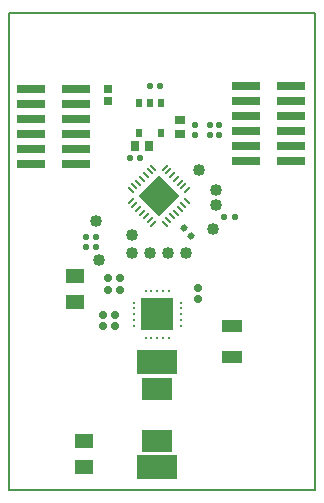
<source format=gtp>
G04*
G04 #@! TF.GenerationSoftware,Altium Limited,Altium Designer,20.0.9 (164)*
G04*
G04 Layer_Color=8421504*
%FSLAX25Y25*%
%MOIN*%
G70*
G01*
G75*
%ADD10C,0.00787*%
%ADD11R,0.11024X0.11024*%
%ADD12C,0.01181*%
%ADD13R,0.13780X0.07874*%
%ADD14R,0.09843X0.07480*%
G04:AMPARAMS|DCode=15|XSize=61.02mil|YSize=49.21mil|CornerRadius=3.69mil|HoleSize=0mil|Usage=FLASHONLY|Rotation=180.000|XOffset=0mil|YOffset=0mil|HoleType=Round|Shape=RoundedRectangle|*
%AMROUNDEDRECTD15*
21,1,0.06102,0.04183,0,0,180.0*
21,1,0.05364,0.04921,0,0,180.0*
1,1,0.00738,-0.02682,0.02092*
1,1,0.00738,0.02682,0.02092*
1,1,0.00738,0.02682,-0.02092*
1,1,0.00738,-0.02682,-0.02092*
%
%ADD15ROUNDEDRECTD15*%
G04:AMPARAMS|DCode=16|XSize=25.2mil|YSize=23.62mil|CornerRadius=5.91mil|HoleSize=0mil|Usage=FLASHONLY|Rotation=180.000|XOffset=0mil|YOffset=0mil|HoleType=Round|Shape=RoundedRectangle|*
%AMROUNDEDRECTD16*
21,1,0.02520,0.01181,0,0,180.0*
21,1,0.01339,0.02362,0,0,180.0*
1,1,0.01181,-0.00669,0.00591*
1,1,0.01181,0.00669,0.00591*
1,1,0.01181,0.00669,-0.00591*
1,1,0.01181,-0.00669,-0.00591*
%
%ADD16ROUNDEDRECTD16*%
%ADD17R,0.06693X0.04331*%
G04:AMPARAMS|DCode=18|XSize=25.2mil|YSize=23.62mil|CornerRadius=5.91mil|HoleSize=0mil|Usage=FLASHONLY|Rotation=90.000|XOffset=0mil|YOffset=0mil|HoleType=Round|Shape=RoundedRectangle|*
%AMROUNDEDRECTD18*
21,1,0.02520,0.01181,0,0,90.0*
21,1,0.01339,0.02362,0,0,90.0*
1,1,0.01181,0.00591,0.00669*
1,1,0.01181,0.00591,-0.00669*
1,1,0.01181,-0.00591,-0.00669*
1,1,0.01181,-0.00591,0.00669*
%
%ADD18ROUNDEDRECTD18*%
%ADD19P,0.13919X4X180.0*%
G04:AMPARAMS|DCode=20|XSize=7.87mil|YSize=29.53mil|CornerRadius=0mil|HoleSize=0mil|Usage=FLASHONLY|Rotation=135.000|XOffset=0mil|YOffset=0mil|HoleType=Round|Shape=Round|*
%AMOVALD20*
21,1,0.02165,0.00787,0.00000,0.00000,225.0*
1,1,0.00787,0.00766,0.00766*
1,1,0.00787,-0.00766,-0.00766*
%
%ADD20OVALD20*%

G04:AMPARAMS|DCode=21|XSize=7.87mil|YSize=29.53mil|CornerRadius=0mil|HoleSize=0mil|Usage=FLASHONLY|Rotation=225.000|XOffset=0mil|YOffset=0mil|HoleType=Round|Shape=Round|*
%AMOVALD21*
21,1,0.02165,0.00787,0.00000,0.00000,315.0*
1,1,0.00787,-0.00766,0.00766*
1,1,0.00787,0.00766,-0.00766*
%
%ADD21OVALD21*%

%ADD22C,0.04000*%
G04:AMPARAMS|DCode=23|XSize=20.47mil|YSize=22.05mil|CornerRadius=5.12mil|HoleSize=0mil|Usage=FLASHONLY|Rotation=0.000|XOffset=0mil|YOffset=0mil|HoleType=Round|Shape=RoundedRectangle|*
%AMROUNDEDRECTD23*
21,1,0.02047,0.01181,0,0,0.0*
21,1,0.01024,0.02205,0,0,0.0*
1,1,0.01024,0.00512,-0.00591*
1,1,0.01024,-0.00512,-0.00591*
1,1,0.01024,-0.00512,0.00591*
1,1,0.01024,0.00512,0.00591*
%
%ADD23ROUNDEDRECTD23*%
%ADD24R,0.09449X0.02992*%
%ADD25R,0.02500X0.02500*%
%ADD26R,0.02165X0.03150*%
G04:AMPARAMS|DCode=27|XSize=20.47mil|YSize=22.05mil|CornerRadius=5.12mil|HoleSize=0mil|Usage=FLASHONLY|Rotation=90.000|XOffset=0mil|YOffset=0mil|HoleType=Round|Shape=RoundedRectangle|*
%AMROUNDEDRECTD27*
21,1,0.02047,0.01181,0,0,90.0*
21,1,0.01024,0.02205,0,0,90.0*
1,1,0.01024,0.00591,0.00512*
1,1,0.01024,0.00591,-0.00512*
1,1,0.01024,-0.00591,-0.00512*
1,1,0.01024,-0.00591,0.00512*
%
%ADD27ROUNDEDRECTD27*%
%ADD28R,0.03543X0.02835*%
%ADD29R,0.02756X0.03347*%
G04:AMPARAMS|DCode=30|XSize=20.47mil|YSize=22.05mil|CornerRadius=5.12mil|HoleSize=0mil|Usage=FLASHONLY|Rotation=135.000|XOffset=0mil|YOffset=0mil|HoleType=Round|Shape=RoundedRectangle|*
%AMROUNDEDRECTD30*
21,1,0.02047,0.01181,0,0,135.0*
21,1,0.01024,0.02205,0,0,135.0*
1,1,0.01024,0.00056,0.00780*
1,1,0.01024,0.00780,0.00056*
1,1,0.01024,-0.00056,-0.00780*
1,1,0.01024,-0.00780,-0.00056*
%
%ADD30ROUNDEDRECTD30*%
D10*
X286000Y452500D02*
X388000D01*
Y293500D02*
Y452500D01*
X286000Y293500D02*
X388000D01*
X286000D02*
Y452500D01*
D11*
X335500Y352000D02*
D03*
D12*
X331563Y359874D02*
D03*
X333531Y359874D02*
D03*
X335500D02*
D03*
X337469D02*
D03*
X339437Y359874D02*
D03*
X343374Y355937D02*
D03*
Y353969D02*
D03*
Y352000D02*
D03*
Y350031D02*
D03*
Y348063D02*
D03*
X339437Y344126D02*
D03*
X337469D02*
D03*
X335500D02*
D03*
X333531D02*
D03*
X331563D02*
D03*
X327626Y348063D02*
D03*
Y350031D02*
D03*
Y352000D02*
D03*
Y353969D02*
D03*
Y355937D02*
D03*
D13*
X335500Y301000D02*
D03*
Y336000D02*
D03*
D14*
Y327161D02*
D03*
Y309839D02*
D03*
D15*
X308000Y356268D02*
D03*
Y364732D02*
D03*
X311000Y301268D02*
D03*
Y309732D02*
D03*
D16*
X319110Y364000D02*
D03*
X322890D02*
D03*
X319110Y360000D02*
D03*
X322890D02*
D03*
D17*
X360500Y337882D02*
D03*
Y348118D02*
D03*
D18*
X317500Y351890D02*
D03*
Y348110D02*
D03*
X321500D02*
D03*
Y351890D02*
D03*
X349000Y360890D02*
D03*
Y357110D02*
D03*
D19*
X336000Y391500D02*
D03*
D20*
X334121Y382104D02*
D03*
X332868Y383357D02*
D03*
X331615Y384610D02*
D03*
X330363Y385863D02*
D03*
X329110Y387115D02*
D03*
X327857Y388368D02*
D03*
X326604Y389621D02*
D03*
X337879Y400896D02*
D03*
X339132Y399643D02*
D03*
X340385Y398390D02*
D03*
X341637Y397137D02*
D03*
X342890Y395885D02*
D03*
X344143Y394632D02*
D03*
X345396Y393379D02*
D03*
D21*
X326604D02*
D03*
X327857Y394632D02*
D03*
X329110Y395885D02*
D03*
X330363Y397137D02*
D03*
X331615Y398390D02*
D03*
X332868Y399643D02*
D03*
X334121Y400896D02*
D03*
X345396Y389621D02*
D03*
X344143Y388368D02*
D03*
X342890Y387115D02*
D03*
X341637Y385863D02*
D03*
X340385Y384610D02*
D03*
X339132Y383357D02*
D03*
X337879Y382104D02*
D03*
D22*
X327000Y378500D02*
D03*
Y372500D02*
D03*
X333000D02*
D03*
X339000D02*
D03*
X345000D02*
D03*
X354000Y380500D02*
D03*
X355000Y388500D02*
D03*
Y393500D02*
D03*
X349500Y400000D02*
D03*
X315000Y383000D02*
D03*
X316000Y370000D02*
D03*
D23*
X361232Y384500D02*
D03*
X357768D02*
D03*
X311621Y377853D02*
D03*
X315086Y377854D02*
D03*
X311621Y374354D02*
D03*
X315086D02*
D03*
X333000Y428000D02*
D03*
X336465D02*
D03*
X329732Y404000D02*
D03*
X326268D02*
D03*
D24*
X380000Y403000D02*
D03*
X365000D02*
D03*
X380000Y408000D02*
D03*
X365000D02*
D03*
X380000Y413000D02*
D03*
X365000D02*
D03*
X380000Y418000D02*
D03*
X365000D02*
D03*
X380000Y423000D02*
D03*
X365000D02*
D03*
X380000Y428000D02*
D03*
X365000D02*
D03*
X308500Y402000D02*
D03*
X293500D02*
D03*
X308500Y407000D02*
D03*
X293500Y407000D02*
D03*
X308500Y412000D02*
D03*
X293500D02*
D03*
X308500Y417000D02*
D03*
X293500D02*
D03*
X308500Y422000D02*
D03*
X293500Y422000D02*
D03*
X308500Y427000D02*
D03*
X293500D02*
D03*
D25*
X319000Y427000D02*
D03*
Y423000D02*
D03*
D26*
X329260Y412579D02*
D03*
X336740Y412579D02*
D03*
X329260Y422421D02*
D03*
X333000Y422421D02*
D03*
X336740Y422421D02*
D03*
D27*
X356000Y415232D02*
D03*
Y411768D02*
D03*
X353000Y415232D02*
D03*
Y411768D02*
D03*
X348000D02*
D03*
Y415232D02*
D03*
D28*
X343000Y412138D02*
D03*
Y416862D02*
D03*
D29*
X332862Y408000D02*
D03*
X328138D02*
D03*
D30*
X344275Y380725D02*
D03*
X346725Y378275D02*
D03*
M02*

</source>
